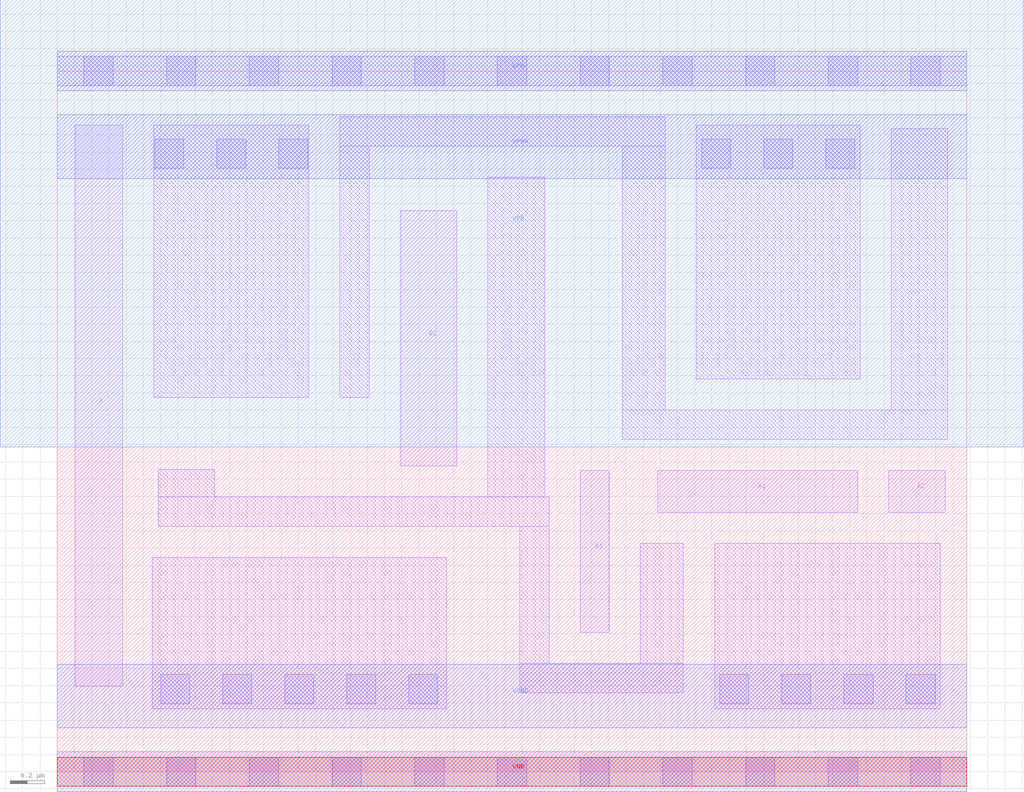
<source format=lef>
# Copyright 2020 The SkyWater PDK Authors
#
# Licensed under the Apache License, Version 2.0 (the "License");
# you may not use this file except in compliance with the License.
# You may obtain a copy of the License at
#
#     https://www.apache.org/licenses/LICENSE-2.0
#
# Unless required by applicable law or agreed to in writing, software
# distributed under the License is distributed on an "AS IS" BASIS,
# WITHOUT WARRANTIES OR CONDITIONS OF ANY KIND, either express or implied.
# See the License for the specific language governing permissions and
# limitations under the License.
#
# SPDX-License-Identifier: Apache-2.0

VERSION 5.7 ;
  NOWIREEXTENSIONATPIN ON ;
  DIVIDERCHAR "/" ;
  BUSBITCHARS "[]" ;
MACRO sky130_fd_sc_hvl__a22o_1
  CLASS CORE ;
  FOREIGN sky130_fd_sc_hvl__a22o_1 ;
  ORIGIN  0.000000  0.000000 ;
  SIZE  5.280000 BY  4.070000 ;
  SYMMETRY X Y ;
  SITE unithv ;
  PIN A1
    ANTENNAGATEAREA  1.125000 ;
    DIRECTION INPUT ;
    USE SIGNAL ;
    PORT
      LAYER li1 ;
        RECT 3.485000 1.505000 4.645000 1.750000 ;
    END
  END A1
  PIN A2
    ANTENNAGATEAREA  1.125000 ;
    DIRECTION INPUT ;
    USE SIGNAL ;
    PORT
      LAYER li1 ;
        RECT 4.825000 1.505000 5.155000 1.750000 ;
    END
  END A2
  PIN B1
    ANTENNAGATEAREA  1.125000 ;
    DIRECTION INPUT ;
    USE SIGNAL ;
    PORT
      LAYER li1 ;
        RECT 3.035000 0.810000 3.205000 1.750000 ;
    END
  END B1
  PIN B2
    ANTENNAGATEAREA  1.125000 ;
    DIRECTION INPUT ;
    USE SIGNAL ;
    PORT
      LAYER li1 ;
        RECT 1.990000 1.775000 2.320000 3.260000 ;
    END
  END B2
  PIN X
    ANTENNADIFFAREA  0.626250 ;
    DIRECTION OUTPUT ;
    USE SIGNAL ;
    PORT
      LAYER li1 ;
        RECT 0.105000 0.495000 0.380000 3.755000 ;
    END
  END X
  PIN VGND
    DIRECTION INOUT ;
    USE GROUND ;
    PORT
      LAYER met1 ;
        RECT 0.000000 0.255000 5.280000 0.625000 ;
    END
  END VGND
  PIN VNB
    DIRECTION INOUT ;
    USE GROUND ;
    PORT
      LAYER met1 ;
        RECT 0.000000 -0.115000 5.280000 0.115000 ;
      LAYER pwell ;
        RECT 0.000000 -0.085000 5.280000 0.085000 ;
    END
  END VNB
  PIN VPB
    DIRECTION INOUT ;
    USE POWER ;
    PORT
      LAYER met1 ;
        RECT 0.000000 3.955000 5.280000 4.185000 ;
      LAYER nwell ;
        RECT -0.330000 1.885000 5.610000 4.485000 ;
    END
  END VPB
  PIN VPWR
    DIRECTION INOUT ;
    USE POWER ;
    PORT
      LAYER met1 ;
        RECT 0.000000 3.445000 5.280000 3.815000 ;
    END
  END VPWR
  OBS
    LAYER li1 ;
      RECT 0.000000 -0.085000 5.280000 0.085000 ;
      RECT 0.000000  3.985000 5.280000 4.155000 ;
      RECT 0.550000  0.365000 2.260000 1.245000 ;
      RECT 0.560000  2.175000 1.460000 3.755000 ;
      RECT 0.585000  1.425000 2.855000 1.595000 ;
      RECT 0.585000  1.595000 0.915000 1.755000 ;
      RECT 1.640000  2.175000 1.810000 3.635000 ;
      RECT 1.640000  3.635000 3.530000 3.805000 ;
      RECT 2.500000  1.595000 2.830000 3.455000 ;
      RECT 2.685000  0.460000 3.635000 0.630000 ;
      RECT 2.685000  0.630000 2.855000 1.425000 ;
      RECT 3.280000  1.930000 5.170000 2.100000 ;
      RECT 3.280000  2.100000 3.530000 3.635000 ;
      RECT 3.385000  0.630000 3.635000 1.325000 ;
      RECT 3.710000  2.280000 4.660000 3.755000 ;
      RECT 3.815000  0.365000 5.125000 1.325000 ;
      RECT 4.840000  2.100000 5.170000 3.735000 ;
    LAYER mcon ;
      RECT 0.155000 -0.085000 0.325000 0.085000 ;
      RECT 0.155000  3.985000 0.325000 4.155000 ;
      RECT 0.565000  3.505000 0.735000 3.675000 ;
      RECT 0.600000  0.395000 0.770000 0.565000 ;
      RECT 0.635000 -0.085000 0.805000 0.085000 ;
      RECT 0.635000  3.985000 0.805000 4.155000 ;
      RECT 0.925000  3.505000 1.095000 3.675000 ;
      RECT 0.960000  0.395000 1.130000 0.565000 ;
      RECT 1.115000 -0.085000 1.285000 0.085000 ;
      RECT 1.115000  3.985000 1.285000 4.155000 ;
      RECT 1.285000  3.505000 1.455000 3.675000 ;
      RECT 1.320000  0.395000 1.490000 0.565000 ;
      RECT 1.595000 -0.085000 1.765000 0.085000 ;
      RECT 1.595000  3.985000 1.765000 4.155000 ;
      RECT 1.680000  0.395000 1.850000 0.565000 ;
      RECT 2.040000  0.395000 2.210000 0.565000 ;
      RECT 2.075000 -0.085000 2.245000 0.085000 ;
      RECT 2.075000  3.985000 2.245000 4.155000 ;
      RECT 2.555000 -0.085000 2.725000 0.085000 ;
      RECT 2.555000  3.985000 2.725000 4.155000 ;
      RECT 3.035000 -0.085000 3.205000 0.085000 ;
      RECT 3.035000  3.985000 3.205000 4.155000 ;
      RECT 3.515000 -0.085000 3.685000 0.085000 ;
      RECT 3.515000  3.985000 3.685000 4.155000 ;
      RECT 3.740000  3.505000 3.910000 3.675000 ;
      RECT 3.845000  0.395000 4.015000 0.565000 ;
      RECT 3.995000 -0.085000 4.165000 0.085000 ;
      RECT 3.995000  3.985000 4.165000 4.155000 ;
      RECT 4.100000  3.505000 4.270000 3.675000 ;
      RECT 4.205000  0.395000 4.375000 0.565000 ;
      RECT 4.460000  3.505000 4.630000 3.675000 ;
      RECT 4.475000 -0.085000 4.645000 0.085000 ;
      RECT 4.475000  3.985000 4.645000 4.155000 ;
      RECT 4.565000  0.395000 4.735000 0.565000 ;
      RECT 4.925000  0.395000 5.095000 0.565000 ;
      RECT 4.955000 -0.085000 5.125000 0.085000 ;
      RECT 4.955000  3.985000 5.125000 4.155000 ;
  END
END sky130_fd_sc_hvl__a22o_1
END LIBRARY

</source>
